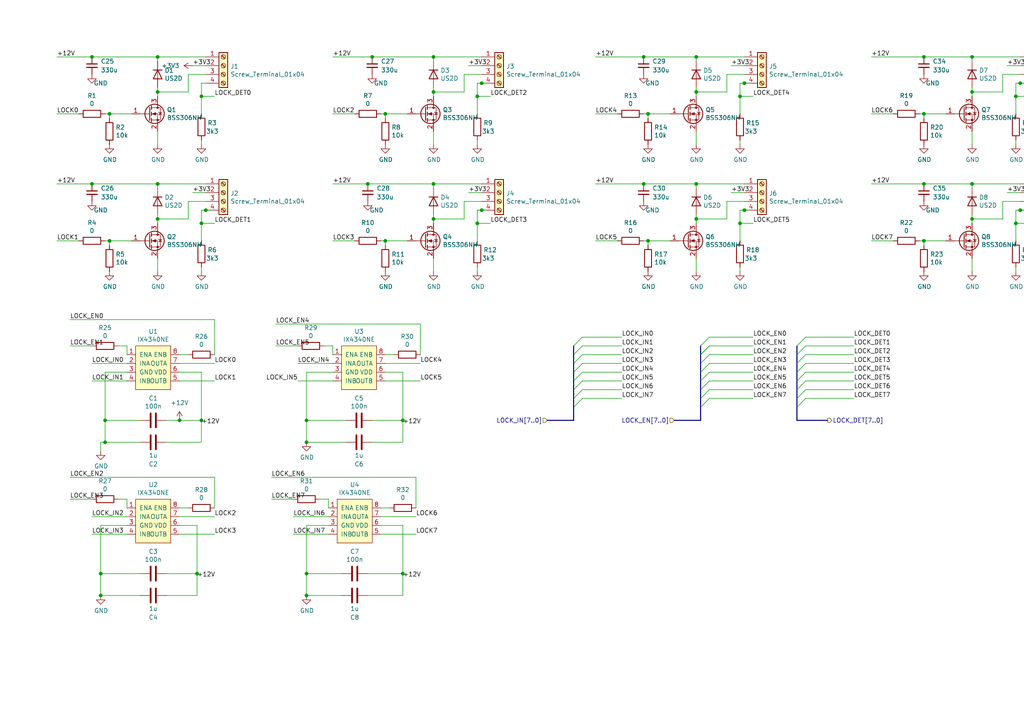
<source format=kicad_sch>
(kicad_sch (version 20230121) (generator eeschema)
  (paper "A4")
  (lib_symbols
    (symbol "Connector:Screw_Terminal_01x04" (pin_names (offset 1.016) hide)
      (property "Reference" "J" (at 0 5.08 0))
      (property "Value" "Screw_Terminal_01x04" (at 0 -7.62 0))
      (symbol "Screw_Terminal_01x04_1_1"
        (pin passive line (at -5.08 2.54 0) (length 3.81) (name "Pin_1") (number "1"))
        (pin passive line (at -5.08 0 0) (length 3.81) (name "Pin_2") (number "2"))
        (pin passive line (at -5.08 -2.54 0) (length 3.81) (name "Pin_3") (number "3"))
        (pin passive line (at -5.08 -5.08 0) (length 3.81) (name "Pin_4") (number "4"))
      )
    )
    (symbol "Device:C" (pin_numbers hide) (pin_names (offset 0.254))
      (property "Reference" "C" (at 0.635 2.54 0))
      (property "Value" "C" (at 0.635 -2.54 0))
      (symbol "C_1_1"
        (pin passive line (at 0 3.81 270) (length 2.794) (name "~") (number "1"))
        (pin passive line (at 0 -3.81 90) (length 2.794) (name "~") (number "2"))
      )
    )
    (symbol "Device:C_Small" (pin_numbers hide) (pin_names (offset 0.254) hide)
      (property "Reference" "C" (at 0.254 1.778 0))
      (property "Value" "C_Small" (at 0.254 -2.032 0))
      (symbol "C_Small_1_1"
        (pin passive line (at 0 2.54 270) (length 2.032) (name "~") (number "1"))
        (pin passive line (at 0 -2.54 90) (length 2.032) (name "~") (number "2"))
      )
    )
    (symbol "Device:D" (pin_numbers hide) (pin_names (offset 1.016) hide)
      (property "Reference" "D" (at 0 2.54 0))
      (property "Value" "D" (at 0 -2.54 0))
      (symbol "D_1_1"
        (pin passive line (at -3.81 0 0) (length 2.54) (name "K") (number "1"))
        (pin passive line (at 3.81 0 180) (length 2.54) (name "A") (number "2"))
      )
    )
    (symbol "Device:Q_NMOS_GSD" (pin_names (offset 0) hide)
      (property "Reference" "Q" (at 5.08 1.27 0))
      (property "Value" "Q_NMOS_GSD" (at 5.08 -1.27 0))
      (symbol "Q_NMOS_GSD_1_1"
        (pin input line (at -5.08 0 0) (length 2.54) (name "G") (number "1"))
        (pin passive line (at 2.54 -5.08 90) (length 2.54) (name "S") (number "2"))
        (pin passive line (at 2.54 5.08 270) (length 2.54) (name "D") (number "3"))
      )
    )
    (symbol "Device:R" (pin_numbers hide) (pin_names (offset 0))
      (property "Reference" "R" (at 2.032 0 90))
      (property "Value" "R" (at 0 0 90))
      (symbol "R_1_1"
        (pin passive line (at 0 3.81 270) (length 1.27) (name "~") (number "1"))
        (pin passive line (at 0 -3.81 90) (length 1.27) (name "~") (number "2"))
      )
    )
    (symbol "mosfet_drivers:IX4340NE" (pin_names (offset 1.016))
      (property "Reference" "U" (at 0 -8.89 0))
      (property "Value" "IX4340NE" (at 0 6.35 0))
      (symbol "IX4340NE_1_1"
        (pin input line (at -7.62 2.54 0) (length 2.54) (name "ENA") (number "1"))
        (pin input line (at -7.62 0 0) (length 2.54) (name "INA") (number "2"))
        (pin power_in line (at -7.62 -2.54 0) (length 2.54) (name "GND") (number "3"))
        (pin input line (at -7.62 -5.08 0) (length 2.54) (name "INB") (number "4"))
        (pin output line (at 7.62 -5.08 180) (length 2.54) (name "OUTB") (number "5"))
        (pin power_in line (at 7.62 -2.54 180) (length 2.54) (name "VDD") (number "6"))
        (pin output line (at 7.62 0 180) (length 2.54) (name "OUTA") (number "7"))
        (pin input line (at 7.62 2.54 180) (length 2.54) (name "ENB") (number "8"))
      )
    )
    (symbol "power:+12V" (power) (pin_names (offset 0))
      (property "Value" "+12V" (at 0 3.556 0))
      (symbol "+12V_1_1"
        (pin power_in line (at 0 0 90) (length 0) hide (name "+12V") (number "1"))
      )
    )
    (symbol "power:+3V3" (power) (pin_names (offset 0))
      (property "Value" "+3V3" (at 0 3.556 0))
      (symbol "+3V3_1_1"
        (pin power_in line (at 0 0 90) (length 0) hide (name "+3V3") (number "1"))
      )
    )
    (symbol "power:GND" (power) (pin_names (offset 0))
      (property "Value" "GND" (at 0 -3.81 0))
      (symbol "GND_1_1"
        (pin power_in line (at 0 0 270) (length 0) hide (name "GND") (number "1"))
      )
    )
  )
  (junction (at 281.94 53.34))
  (junction (at 45.72 63.5))
  (junction (at 294.64 64.77))
  (junction (at 295.91 24.13))
  (junction (at 29.21 166.37))
  (junction (at 88.9 166.37))
  (junction (at 267.97 33.02))
  (junction (at 111.76 69.85))
  (junction (at 26.67 53.34))
  (junction (at 215.9 24.13))
  (junction (at 116.84 121.92))
  (junction (at 111.76 33.02))
  (junction (at 267.97 53.34))
  (junction (at 31.75 33.02))
  (junction (at 31.75 69.85))
  (junction (at 58.42 121.92))
  (junction (at 201.93 53.34))
  (junction (at 125.73 63.5))
  (junction (at 59.69 60.96))
  (junction (at 116.84 166.37))
  (junction (at 186.69 53.34))
  (junction (at 45.72 16.51))
  (junction (at 45.72 26.67))
  (junction (at 215.9 60.96))
  (junction (at 125.73 16.51))
  (junction (at 186.69 16.51))
  (junction (at 57.15 166.37))
  (junction (at 214.63 27.94))
  (junction (at 107.95 16.51))
  (junction (at 201.93 63.5))
  (junction (at 214.63 64.77))
  (junction (at 45.72 53.34))
  (junction (at 201.93 16.51))
  (junction (at 30.48 121.92))
  (junction (at 201.93 26.67))
  (junction (at 139.7 60.96))
  (junction (at 138.43 27.94))
  (junction (at 187.96 33.02))
  (junction (at 58.42 27.94))
  (junction (at 281.94 26.67))
  (junction (at 88.9 121.92))
  (junction (at 187.96 69.85))
  (junction (at 281.94 16.51))
  (junction (at 281.94 63.5))
  (junction (at 29.21 172.72))
  (junction (at 106.68 53.34))
  (junction (at 138.43 64.77))
  (junction (at 26.67 16.51))
  (junction (at 58.42 64.77))
  (junction (at 125.73 53.34))
  (junction (at 88.9 128.27))
  (junction (at 267.97 16.51))
  (junction (at 52.07 121.92))
  (junction (at 295.91 60.96))
  (junction (at 88.9 172.72))
  (junction (at 267.97 69.85))
  (junction (at 30.48 128.27))
  (junction (at 294.64 27.94))
  (junction (at 125.73 26.67))
  (junction (at 139.7 24.13))
  (bus_entry (at 233.68 102.87) (size -2.54 2.54))
  (bus_entry (at 233.68 110.49) (size -2.54 2.54))
  (bus_entry (at 166.37 113.03) (size 2.54 -2.54))
  (bus_entry (at 203.2 110.49) (size 2.54 -2.54))
  (bus_entry (at 166.37 105.41) (size 2.54 -2.54))
  (bus_entry (at 233.68 107.95) (size -2.54 2.54))
  (bus_entry (at 203.2 100.33) (size 2.54 -2.54))
  (bus_entry (at 203.2 113.03) (size 2.54 -2.54))
  (bus_entry (at 166.37 110.49) (size 2.54 -2.54))
  (bus_entry (at 203.2 102.87) (size 2.54 -2.54))
  (bus_entry (at 166.37 102.87) (size 2.54 -2.54))
  (bus_entry (at 166.37 107.95) (size 2.54 -2.54))
  (bus_entry (at 203.2 115.57) (size 2.54 -2.54))
  (bus_entry (at 203.2 107.95) (size 2.54 -2.54))
  (bus_entry (at 233.68 105.41) (size -2.54 2.54))
  (bus_entry (at 166.37 115.57) (size 2.54 -2.54))
  (bus_entry (at 233.68 97.79) (size -2.54 2.54))
  (bus_entry (at 166.37 100.33) (size 2.54 -2.54))
  (bus_entry (at 233.68 115.57) (size -2.54 2.54))
  (bus_entry (at 203.2 118.11) (size 2.54 -2.54))
  (bus_entry (at 203.2 102.87) (size 2.54 -2.54))
  (bus_entry (at 233.68 113.03) (size -2.54 2.54))
  (bus_entry (at 203.2 105.41) (size 2.54 -2.54))
  (bus_entry (at 166.37 118.11) (size 2.54 -2.54))
  (bus_entry (at 233.68 100.33) (size -2.54 2.54))
  (wire (pts (xy 96.52 53.34) (xy 106.68 53.34)))
  (wire (pts (xy 102.87 69.85) (xy 96.52 69.85)))
  (wire (pts (xy 59.69 19.05) (xy 55.88 19.05)))
  (wire (pts (xy 116.84 121.92) (xy 116.84 128.27)))
  (wire (pts (xy 45.72 64.77) (xy 45.72 63.5)))
  (wire (pts (xy 88.9 121.92) (xy 88.9 128.27)))
  (wire (pts (xy 138.43 27.94) (xy 138.43 33.02)))
  (wire (pts (xy 85.09 154.94) (xy 95.25 154.94)))
  (wire (pts (xy 45.72 38.1) (xy 45.72 41.91)))
  (bus (pts (xy 231.14 110.49) (xy 231.14 113.03)))
  (wire (pts (xy 31.75 69.85) (xy 38.1 69.85)))
  (wire (pts (xy 20.32 92.71) (xy 62.23 92.71)))
  (wire (pts (xy 45.72 16.51) (xy 59.69 16.51)))
  (wire (pts (xy 259.08 33.02) (xy 252.73 33.02)))
  (wire (pts (xy 59.69 21.59) (xy 54.61 21.59)))
  (wire (pts (xy 138.43 78.74) (xy 138.43 77.47)))
  (wire (pts (xy 26.67 110.49) (xy 36.83 110.49)))
  (wire (pts (xy 139.7 19.05) (xy 135.89 19.05)))
  (wire (pts (xy 168.91 107.95) (xy 180.34 107.95)))
  (wire (pts (xy 267.97 69.85) (xy 274.32 69.85)))
  (wire (pts (xy 106.68 172.72) (xy 116.84 172.72)))
  (wire (pts (xy 134.62 58.42) (xy 134.62 63.5)))
  (wire (pts (xy 295.91 58.42) (xy 290.83 58.42)))
  (wire (pts (xy 140.97 60.96) (xy 139.7 60.96)))
  (wire (pts (xy 111.76 110.49) (xy 121.92 110.49)))
  (wire (pts (xy 281.94 16.51) (xy 295.91 16.51)))
  (wire (pts (xy 48.26 166.37) (xy 57.15 166.37)))
  (wire (pts (xy 107.95 16.51) (xy 125.73 16.51)))
  (wire (pts (xy 88.9 128.27) (xy 100.33 128.27)))
  (wire (pts (xy 210.82 21.59) (xy 210.82 26.67)))
  (wire (pts (xy 116.84 166.37) (xy 116.84 172.72)))
  (bus (pts (xy 203.2 100.33) (xy 203.2 102.87)))
  (wire (pts (xy 110.49 152.4) (xy 116.84 152.4)))
  (wire (pts (xy 85.09 149.86) (xy 95.25 149.86)))
  (wire (pts (xy 78.74 144.78) (xy 85.09 144.78)))
  (wire (pts (xy 96.52 100.33) (xy 96.52 102.87)))
  (wire (pts (xy 110.49 69.85) (xy 111.76 69.85)))
  (wire (pts (xy 125.73 63.5) (xy 125.73 62.23)))
  (wire (pts (xy 30.48 107.95) (xy 36.83 107.95)))
  (wire (pts (xy 116.84 107.95) (xy 116.84 121.92)))
  (wire (pts (xy 80.01 93.98) (xy 121.92 93.98)))
  (wire (pts (xy 58.42 121.92) (xy 58.42 128.27)))
  (wire (pts (xy 125.73 64.77) (xy 125.73 63.5)))
  (bus (pts (xy 231.14 100.33) (xy 231.14 102.87)))
  (wire (pts (xy 267.97 71.12) (xy 267.97 69.85)))
  (wire (pts (xy 125.73 26.67) (xy 125.73 25.4)))
  (wire (pts (xy 111.76 107.95) (xy 116.84 107.95)))
  (wire (pts (xy 139.7 58.42) (xy 134.62 58.42)))
  (wire (pts (xy 99.06 166.37) (xy 88.9 166.37)))
  (wire (pts (xy 233.68 102.87) (xy 247.65 102.87)))
  (wire (pts (xy 95.25 144.78) (xy 95.25 147.32)))
  (wire (pts (xy 187.96 34.29) (xy 187.96 33.02)))
  (wire (pts (xy 54.61 63.5) (xy 45.72 63.5)))
  (wire (pts (xy 45.72 53.34) (xy 59.69 53.34)))
  (wire (pts (xy 88.9 107.95) (xy 88.9 121.92)))
  (wire (pts (xy 214.63 27.94) (xy 214.63 33.02)))
  (wire (pts (xy 45.72 27.94) (xy 45.72 26.67)))
  (wire (pts (xy 281.94 53.34) (xy 281.94 54.61)))
  (wire (pts (xy 125.73 27.94) (xy 125.73 26.67)))
  (wire (pts (xy 36.83 100.33) (xy 36.83 102.87)))
  (wire (pts (xy 233.68 107.95) (xy 247.65 107.95)))
  (wire (pts (xy 168.91 100.33) (xy 180.34 100.33)))
  (wire (pts (xy 215.9 58.42) (xy 210.82 58.42)))
  (wire (pts (xy 138.43 24.13) (xy 138.43 27.94)))
  (wire (pts (xy 62.23 138.43) (xy 62.23 147.32)))
  (wire (pts (xy 134.62 21.59) (xy 134.62 26.67)))
  (wire (pts (xy 294.64 60.96) (xy 294.64 64.77)))
  (wire (pts (xy 45.72 74.93) (xy 45.72 78.74)))
  (wire (pts (xy 290.83 26.67) (xy 281.94 26.67)))
  (wire (pts (xy 215.9 60.96) (xy 214.63 60.96)))
  (wire (pts (xy 52.07 149.86) (xy 62.23 149.86)))
  (wire (pts (xy 110.49 33.02) (xy 111.76 33.02)))
  (wire (pts (xy 107.95 128.27) (xy 116.84 128.27)))
  (wire (pts (xy 295.91 60.96) (xy 294.64 60.96)))
  (wire (pts (xy 201.93 53.34) (xy 215.9 53.34)))
  (wire (pts (xy 168.91 105.41) (xy 180.34 105.41)))
  (wire (pts (xy 134.62 63.5) (xy 125.73 63.5)))
  (wire (pts (xy 281.94 53.34) (xy 295.91 53.34)))
  (wire (pts (xy 139.7 24.13) (xy 138.43 24.13)))
  (wire (pts (xy 121.92 93.98) (xy 121.92 102.87)))
  (wire (pts (xy 266.7 33.02) (xy 267.97 33.02)))
  (wire (pts (xy 20.32 100.33) (xy 26.67 100.33)))
  (wire (pts (xy 138.43 64.77) (xy 142.24 64.77)))
  (wire (pts (xy 187.96 69.85) (xy 194.31 69.85)))
  (bus (pts (xy 195.58 121.92) (xy 203.2 121.92)))
  (wire (pts (xy 294.64 64.77) (xy 298.45 64.77)))
  (wire (pts (xy 59.69 24.13) (xy 58.42 24.13)))
  (wire (pts (xy 111.76 34.29) (xy 111.76 33.02)))
  (wire (pts (xy 168.91 97.79) (xy 180.34 97.79)))
  (wire (pts (xy 29.21 166.37) (xy 29.21 172.72)))
  (wire (pts (xy 58.42 24.13) (xy 58.42 27.94)))
  (wire (pts (xy 214.63 41.91) (xy 214.63 40.64)))
  (wire (pts (xy 266.7 69.85) (xy 267.97 69.85)))
  (bus (pts (xy 231.14 115.57) (xy 231.14 118.11)))
  (wire (pts (xy 107.95 121.92) (xy 116.84 121.92)))
  (wire (pts (xy 168.91 113.03) (xy 180.34 113.03)))
  (wire (pts (xy 281.94 74.93) (xy 281.94 78.74)))
  (wire (pts (xy 125.73 38.1) (xy 125.73 41.91)))
  (wire (pts (xy 295.91 55.88) (xy 292.1 55.88)))
  (wire (pts (xy 111.76 33.02) (xy 118.11 33.02)))
  (wire (pts (xy 233.68 115.57) (xy 247.65 115.57)))
  (bus (pts (xy 231.14 113.03) (xy 231.14 115.57)))
  (wire (pts (xy 139.7 60.96) (xy 138.43 60.96)))
  (wire (pts (xy 297.18 60.96) (xy 295.91 60.96)))
  (wire (pts (xy 125.73 53.34) (xy 139.7 53.34)))
  (wire (pts (xy 58.42 27.94) (xy 58.42 33.02)))
  (wire (pts (xy 52.07 147.32) (xy 54.61 147.32)))
  (wire (pts (xy 31.75 34.29) (xy 31.75 33.02)))
  (wire (pts (xy 58.42 27.94) (xy 62.23 27.94)))
  (wire (pts (xy 201.93 27.94) (xy 201.93 26.67)))
  (wire (pts (xy 120.65 138.43) (xy 120.65 147.32)))
  (wire (pts (xy 110.49 147.32) (xy 113.03 147.32)))
  (wire (pts (xy 295.91 21.59) (xy 290.83 21.59)))
  (wire (pts (xy 252.73 53.34) (xy 267.97 53.34)))
  (bus (pts (xy 231.14 107.95) (xy 231.14 110.49)))
  (wire (pts (xy 214.63 27.94) (xy 218.44 27.94)))
  (wire (pts (xy 210.82 63.5) (xy 201.93 63.5)))
  (wire (pts (xy 26.67 105.41) (xy 36.83 105.41)))
  (bus (pts (xy 166.37 121.92) (xy 166.37 118.11)))
  (bus (pts (xy 203.2 110.49) (xy 203.2 113.03)))
  (wire (pts (xy 111.76 69.85) (xy 118.11 69.85)))
  (wire (pts (xy 58.42 41.91) (xy 58.42 40.64)))
  (wire (pts (xy 29.21 152.4) (xy 29.21 166.37)))
  (wire (pts (xy 125.73 53.34) (xy 125.73 54.61)))
  (wire (pts (xy 139.7 55.88) (xy 135.89 55.88)))
  (wire (pts (xy 36.83 144.78) (xy 36.83 147.32)))
  (bus (pts (xy 231.14 121.92) (xy 240.03 121.92)))
  (wire (pts (xy 58.42 107.95) (xy 58.42 121.92)))
  (bus (pts (xy 203.2 115.57) (xy 203.2 118.11)))
  (wire (pts (xy 58.42 64.77) (xy 58.42 69.85)))
  (wire (pts (xy 86.36 105.41) (xy 96.52 105.41)))
  (wire (pts (xy 290.83 21.59) (xy 290.83 26.67)))
  (wire (pts (xy 210.82 58.42) (xy 210.82 63.5)))
  (wire (pts (xy 54.61 21.59) (xy 54.61 26.67)))
  (wire (pts (xy 59.69 55.88) (xy 55.88 55.88)))
  (wire (pts (xy 96.52 100.33) (xy 93.98 100.33)))
  (wire (pts (xy 179.07 33.02) (xy 172.72 33.02)))
  (wire (pts (xy 186.69 33.02) (xy 187.96 33.02)))
  (wire (pts (xy 233.68 110.49) (xy 247.65 110.49)))
  (wire (pts (xy 30.48 33.02) (xy 31.75 33.02)))
  (wire (pts (xy 201.93 74.93) (xy 201.93 78.74)))
  (wire (pts (xy 205.74 107.95) (xy 218.44 107.95)))
  (wire (pts (xy 52.07 152.4) (xy 57.15 152.4)))
  (wire (pts (xy 95.25 144.78) (xy 92.71 144.78)))
  (wire (pts (xy 40.64 166.37) (xy 29.21 166.37)))
  (wire (pts (xy 215.9 19.05) (xy 212.09 19.05)))
  (wire (pts (xy 60.96 60.96) (xy 59.69 60.96)))
  (wire (pts (xy 138.43 41.91) (xy 138.43 40.64)))
  (wire (pts (xy 201.93 26.67) (xy 201.93 25.4)))
  (wire (pts (xy 26.67 53.34) (xy 45.72 53.34)))
  (wire (pts (xy 281.94 27.94) (xy 281.94 26.67)))
  (wire (pts (xy 214.63 60.96) (xy 214.63 64.77)))
  (wire (pts (xy 106.68 166.37) (xy 116.84 166.37)))
  (wire (pts (xy 233.68 97.79) (xy 247.65 97.79)))
  (wire (pts (xy 294.64 64.77) (xy 294.64 69.85)))
  (wire (pts (xy 201.93 38.1) (xy 201.93 41.91)))
  (wire (pts (xy 48.26 128.27) (xy 58.42 128.27)))
  (wire (pts (xy 45.72 63.5) (xy 45.72 62.23)))
  (wire (pts (xy 29.21 130.81) (xy 29.21 128.27)))
  (bus (pts (xy 231.14 105.41) (xy 231.14 107.95)))
  (wire (pts (xy 138.43 27.94) (xy 142.24 27.94)))
  (wire (pts (xy 201.93 16.51) (xy 201.93 17.78)))
  (wire (pts (xy 294.64 78.74) (xy 294.64 77.47)))
  (wire (pts (xy 297.18 24.13) (xy 295.91 24.13)))
  (bus (pts (xy 203.2 105.41) (xy 203.2 107.95)))
  (wire (pts (xy 29.21 152.4) (xy 36.83 152.4)))
  (wire (pts (xy 290.83 63.5) (xy 281.94 63.5)))
  (wire (pts (xy 168.91 102.87) (xy 180.34 102.87)))
  (wire (pts (xy 205.74 105.41) (xy 218.44 105.41)))
  (wire (pts (xy 30.48 107.95) (xy 30.48 121.92)))
  (wire (pts (xy 54.61 26.67) (xy 45.72 26.67)))
  (wire (pts (xy 88.9 166.37) (xy 88.9 172.72)))
  (wire (pts (xy 259.08 69.85) (xy 252.73 69.85)))
  (wire (pts (xy 96.52 16.51) (xy 107.95 16.51)))
  (wire (pts (xy 267.97 34.29) (xy 267.97 33.02)))
  (wire (pts (xy 31.75 71.12) (xy 31.75 69.85)))
  (bus (pts (xy 203.2 113.03) (xy 203.2 115.57)))
  (wire (pts (xy 30.48 69.85) (xy 31.75 69.85)))
  (wire (pts (xy 172.72 16.51) (xy 186.69 16.51)))
  (wire (pts (xy 294.64 27.94) (xy 298.45 27.94)))
  (wire (pts (xy 295.91 24.13) (xy 294.64 24.13)))
  (wire (pts (xy 36.83 144.78) (xy 34.29 144.78)))
  (wire (pts (xy 267.97 16.51) (xy 281.94 16.51)))
  (wire (pts (xy 52.07 107.95) (xy 58.42 107.95)))
  (wire (pts (xy 45.72 26.67) (xy 45.72 25.4)))
  (wire (pts (xy 205.74 113.03) (xy 218.44 113.03)))
  (wire (pts (xy 45.72 16.51) (xy 45.72 17.78)))
  (wire (pts (xy 26.67 154.94) (xy 36.83 154.94)))
  (wire (pts (xy 36.83 100.33) (xy 34.29 100.33)))
  (wire (pts (xy 290.83 58.42) (xy 290.83 63.5)))
  (wire (pts (xy 179.07 69.85) (xy 172.72 69.85)))
  (bus (pts (xy 231.14 102.87) (xy 231.14 105.41)))
  (wire (pts (xy 88.9 152.4) (xy 95.25 152.4)))
  (wire (pts (xy 22.86 69.85) (xy 16.51 69.85)))
  (wire (pts (xy 48.26 172.72) (xy 57.15 172.72)))
  (wire (pts (xy 210.82 26.67) (xy 201.93 26.67)))
  (wire (pts (xy 59.69 60.96) (xy 58.42 60.96)))
  (wire (pts (xy 214.63 64.77) (xy 218.44 64.77)))
  (bus (pts (xy 203.2 102.87) (xy 203.2 105.41)))
  (wire (pts (xy 187.96 71.12) (xy 187.96 69.85)))
  (wire (pts (xy 125.73 74.93) (xy 125.73 78.74)))
  (wire (pts (xy 52.07 102.87) (xy 54.61 102.87)))
  (wire (pts (xy 102.87 33.02) (xy 96.52 33.02)))
  (wire (pts (xy 215.9 24.13) (xy 214.63 24.13)))
  (wire (pts (xy 116.84 152.4) (xy 116.84 166.37)))
  (bus (pts (xy 166.37 100.33) (xy 166.37 102.87)))
  (wire (pts (xy 88.9 172.72) (xy 99.06 172.72)))
  (wire (pts (xy 205.74 102.87) (xy 218.44 102.87)))
  (bus (pts (xy 166.37 113.03) (xy 166.37 115.57)))
  (bus (pts (xy 231.14 118.11) (xy 231.14 121.92)))
  (bus (pts (xy 166.37 107.95) (xy 166.37 110.49)))
  (wire (pts (xy 52.07 110.49) (xy 62.23 110.49)))
  (wire (pts (xy 233.68 105.41) (xy 247.65 105.41)))
  (wire (pts (xy 281.94 26.67) (xy 281.94 25.4)))
  (wire (pts (xy 31.75 33.02) (xy 38.1 33.02)))
  (wire (pts (xy 29.21 128.27) (xy 30.48 128.27)))
  (wire (pts (xy 215.9 21.59) (xy 210.82 21.59)))
  (wire (pts (xy 186.69 53.34) (xy 201.93 53.34)))
  (wire (pts (xy 52.07 105.41) (xy 62.23 105.41)))
  (wire (pts (xy 252.73 16.51) (xy 267.97 16.51)))
  (wire (pts (xy 29.21 172.72) (xy 40.64 172.72)))
  (wire (pts (xy 201.93 53.34) (xy 201.93 54.61)))
  (wire (pts (xy 48.26 121.92) (xy 52.07 121.92)))
  (wire (pts (xy 233.68 113.03) (xy 247.65 113.03)))
  (bus (pts (xy 158.75 121.92) (xy 166.37 121.92)))
  (wire (pts (xy 58.42 60.96) (xy 58.42 64.77)))
  (wire (pts (xy 233.68 100.33) (xy 247.65 100.33)))
  (wire (pts (xy 62.23 92.71) (xy 62.23 102.87)))
  (wire (pts (xy 78.74 138.43) (xy 120.65 138.43)))
  (wire (pts (xy 205.74 110.49) (xy 218.44 110.49)))
  (wire (pts (xy 186.69 16.51) (xy 201.93 16.51)))
  (wire (pts (xy 187.96 33.02) (xy 194.31 33.02)))
  (wire (pts (xy 267.97 53.34) (xy 281.94 53.34)))
  (wire (pts (xy 186.69 69.85) (xy 187.96 69.85)))
  (wire (pts (xy 110.49 154.94) (xy 120.65 154.94)))
  (wire (pts (xy 214.63 24.13) (xy 214.63 27.94)))
  (wire (pts (xy 57.15 166.37) (xy 57.15 172.72)))
  (wire (pts (xy 52.07 121.92) (xy 58.42 121.92)))
  (wire (pts (xy 54.61 58.42) (xy 54.61 63.5)))
  (wire (pts (xy 58.42 64.77) (xy 62.23 64.77)))
  (wire (pts (xy 26.67 16.51) (xy 45.72 16.51)))
  (wire (pts (xy 205.74 97.79) (xy 218.44 97.79)))
  (wire (pts (xy 16.51 16.51) (xy 26.67 16.51)))
  (wire (pts (xy 22.86 33.02) (xy 16.51 33.02)))
  (bus (pts (xy 166.37 105.41) (xy 166.37 107.95)))
  (wire (pts (xy 138.43 64.77) (xy 138.43 69.85)))
  (bus (pts (xy 166.37 110.49) (xy 166.37 113.03)))
  (bus (pts (xy 166.37 115.57) (xy 166.37 118.11)))
  (wire (pts (xy 267.97 33.02) (xy 274.32 33.02)))
  (wire (pts (xy 295.91 19.05) (xy 292.1 19.05)))
  (wire (pts (xy 294.64 41.91) (xy 294.64 40.64)))
  (wire (pts (xy 215.9 55.88) (xy 212.09 55.88)))
  (wire (pts (xy 110.49 149.86) (xy 120.65 149.86)))
  (wire (pts (xy 88.9 107.95) (xy 96.52 107.95)))
  (bus (pts (xy 203.2 107.95) (xy 203.2 110.49)))
  (wire (pts (xy 168.91 110.49) (xy 180.34 110.49)))
  (wire (pts (xy 111.76 105.41) (xy 121.92 105.41)))
  (wire (pts (xy 40.64 121.92) (xy 30.48 121.92)))
  (wire (pts (xy 139.7 21.59) (xy 134.62 21.59)))
  (wire (pts (xy 214.63 64.77) (xy 214.63 69.85)))
  (wire (pts (xy 45.72 53.34) (xy 45.72 54.61)))
  (wire (pts (xy 30.48 121.92) (xy 30.48 128.27)))
  (wire (pts (xy 205.74 115.57) (xy 218.44 115.57)))
  (wire (pts (xy 201.93 64.77) (xy 201.93 63.5)))
  (wire (pts (xy 111.76 102.87) (xy 114.3 102.87)))
  (wire (pts (xy 16.51 53.34) (xy 26.67 53.34)))
  (wire (pts (xy 52.07 154.94) (xy 62.23 154.94)))
  (wire (pts (xy 30.48 128.27) (xy 40.64 128.27)))
  (wire (pts (xy 281.94 64.77) (xy 281.94 63.5)))
  (wire (pts (xy 125.73 16.51) (xy 125.73 17.78)))
  (wire (pts (xy 59.69 58.42) (xy 54.61 58.42)))
  (wire (pts (xy 172.72 53.34) (xy 186.69 53.34)))
  (wire (pts (xy 20.32 138.43) (xy 62.23 138.43)))
  (wire (pts (xy 86.36 110.49) (xy 96.52 110.49)))
  (bus (pts (xy 203.2 121.92) (xy 203.2 118.11)))
  (wire (pts (xy 80.01 100.33) (xy 86.36 100.33)))
  (wire (pts (xy 106.68 53.34) (xy 125.73 53.34)))
  (wire (pts (xy 111.76 71.12) (xy 111.76 69.85)))
  (bus (pts (xy 166.37 102.87) (xy 166.37 105.41)))
  (wire (pts (xy 58.42 78.74) (xy 58.42 77.47)))
  (wire (pts (xy 201.93 16.51) (xy 215.9 16.51)))
  (wire (pts (xy 88.9 152.4) (xy 88.9 166.37)))
  (wire (pts (xy 168.91 115.57) (xy 180.34 115.57)))
  (wire (pts (xy 140.97 24.13) (xy 139.7 24.13)))
  (wire (pts (xy 100.33 121.92) (xy 88.9 121.92)))
  (wire (pts (xy 214.63 78.74) (xy 214.63 77.47)))
  (wire (pts (xy 217.17 60.96) (xy 215.9 60.96)))
  (wire (pts (xy 138.43 60.96) (xy 138.43 64.77)))
  (wire (pts (xy 205.74 100.33) (xy 218.44 100.33)))
  (wire (pts (xy 281.94 16.51) (xy 281.94 17.78)))
  (wire (pts (xy 134.62 26.67) (xy 125.73 26.67)))
  (wire (pts (xy 57.15 152.4) (xy 57.15 166.37)))
  (wire (pts (xy 201.93 63.5) (xy 201.93 62.23)))
  (wire (pts (xy 20.32 144.78) (xy 26.67 144.78)))
  (wire (pts (xy 217.17 24.13) (xy 215.9 24.13)))
  (wire (pts (xy 281.94 38.1) (xy 281.94 41.91)))
  (wire (pts (xy 294.64 27.94) (xy 294.64 33.02)))
  (wire (pts (xy 125.73 16.51) (xy 139.7 16.51)))
  (wire (pts (xy 281.94 63.5) (xy 281.94 62.23)))
  (wire (pts (xy 294.64 24.13) (xy 294.64 27.94)))
  (wire (pts (xy 26.67 149.86) (xy 36.83 149.86)))
  (label "LOCK_DET4" (at 218.44 27.94 0))
  (label "LOCK7" (at 252.73 69.85 0))
  (label "LOCK_IN0" (at 26.67 105.41 0))
  (label "LOCK_EN5" (at 80.01 100.33 0))
  (label "LOCK_EN0" (at 218.44 97.79 0))
  (label "LOCK_IN4" (at 180.34 107.95 0))
  (label "+12V" (at 252.73 16.51 0))
  (label "+12V" (at 96.52 16.51 0))
  (label "LOCK_DET5" (at 218.44 64.77 0))
  (label "+12V" (at 172.72 16.51 0))
  (label "LOCK_IN5" (at 86.36 110.49 180))
  (label "+3V3" (at 212.09 55.88 0))
  (label "+3V3" (at 292.1 19.05 0))
  (label "LOCK0" (at 62.23 105.41 0))
  (label "LOCK_DET6" (at 247.65 113.03 0))
  (label "LOCK2" (at 62.23 149.86 0))
  (label "LOCK_EN1" (at 20.32 100.33 0))
  (label "LOCK_EN4" (at 218.44 107.95 0))
  (label "LOCK_IN7" (at 180.34 115.57 0))
  (label "+3V3" (at 212.09 19.05 0))
  (label "LOCK_EN0" (at 20.32 92.71 0))
  (label "LOCK_DET0" (at 62.23 27.94 0))
  (label "LOCK_DET5" (at 247.65 110.49 0))
  (label "LOCK_IN5" (at 180.34 110.49 0))
  (label "LOCK1" (at 16.51 69.85 0))
  (label "+3V3" (at 292.1 55.88 0))
  (label "+12V" (at 58.42 123.19 0))
  (label "LOCK3" (at 96.52 69.85 0))
  (label "+3V3" (at 55.88 55.88 0))
  (label "LOCK_EN2" (at 218.44 102.87 0))
  (label "+3V3" (at 55.88 19.05 0))
  (label "+3V3" (at 135.89 19.05 0))
  (label "LOCK_IN3" (at 180.34 105.41 0))
  (label "+12V" (at 116.84 123.19 0))
  (label "LOCK_IN4" (at 86.36 105.41 0))
  (label "LOCK6" (at 252.73 33.02 0))
  (label "LOCK_IN2" (at 26.67 149.86 0))
  (label "LOCK_IN0" (at 180.34 97.79 0))
  (label "LOCK_EN7" (at 78.74 144.78 0))
  (label "+12V" (at 116.84 167.64 0))
  (label "LOCK5" (at 172.72 69.85 0))
  (label "LOCK4" (at 121.92 105.41 0))
  (label "LOCK_IN2" (at 180.34 102.87 0))
  (label "LOCK5" (at 121.92 110.49 0))
  (label "LOCK_DET2" (at 247.65 102.87 0))
  (label "+12V" (at 16.51 16.51 0))
  (label "LOCK_DET7" (at 247.65 115.57 0))
  (label "LOCK_EN6" (at 218.44 113.03 0))
  (label "+12V" (at 252.73 53.34 0))
  (label "LOCK1" (at 62.23 110.49 0))
  (label "LOCK_EN1" (at 218.44 100.33 0))
  (label "LOCK_EN3" (at 218.44 105.41 0))
  (label "LOCK_IN6" (at 180.34 113.03 0))
  (label "LOCK_IN3" (at 26.67 154.94 0))
  (label "LOCK_DET4" (at 247.65 107.95 0))
  (label "LOCK4" (at 172.72 33.02 0))
  (label "LOCK_IN1" (at 180.34 100.33 0))
  (label "LOCK_IN6" (at 85.09 149.86 0))
  (label "LOCK2" (at 96.52 33.02 0))
  (label "LOCK_DET2" (at 142.24 27.94 0))
  (label "LOCK_EN2" (at 20.32 138.43 0))
  (label "LOCK_IN7" (at 85.09 154.94 0))
  (label "LOCK_EN4" (at 80.01 93.98 0))
  (label "LOCK_DET3" (at 142.24 64.77 0))
  (label "LOCK_EN3" (at 20.32 144.78 0))
  (label "LOCK_DET7" (at 298.45 64.77 0))
  (label "LOCK_IN1" (at 26.67 110.49 0))
  (label "LOCK_DET6" (at 298.45 27.94 0))
  (label "LOCK_EN7" (at 218.44 115.57 0))
  (label "LOCK_DET1" (at 247.65 100.33 0))
  (label "LOCK3" (at 62.23 154.94 0))
  (label "LOCK0" (at 16.51 33.02 0))
  (label "LOCK6" (at 120.65 149.86 0))
  (label "LOCK_DET0" (at 247.65 97.79 0))
  (label "+3V3" (at 135.89 55.88 0))
  (label "LOCK_EN6" (at 78.74 138.43 0))
  (label "+12V" (at 57.15 167.64 0))
  (label "LOCK_DET1" (at 62.23 64.77 0))
  (label "LOCK7" (at 120.65 154.94 0))
  (label "LOCK_DET3" (at 247.65 105.41 0))
  (label "+12V" (at 172.72 53.34 0))
  (label "+12V" (at 96.52 53.34 0))
  (label "+12V" (at 16.51 53.34 0))
  (label "LOCK_EN5" (at 218.44 110.49 0))
  (hierarchical_label "LOCK_DET[7..0]" (shape output) (at 240.03 121.92 0))
  (hierarchical_label "LOCK_EN[7..0]" (shape input) (at 195.58 121.92 180))
  (hierarchical_label "LOCK_IN[7..0]" (shape input) (at 158.75 121.92 180))
  (symbol (lib_id "Device:R") (at 30.48 100.33 270) (unit 1)
    (property "Reference" "R25" (at 30.48 95.0722 90))
    (property "Value" "0" (at 30.48 97.3836 90))
    (property "Footprint" "Resistor_SMD:R_0805_2012Metric_Pad1.20x1.40mm_HandSolder" (effects hide))
  )
  (symbol (lib_id "Device:R") (at 58.42 102.87 270) (unit 1)
    (property "Reference" "R26" (at 58.42 97.6122 90))
    (property "Value" "0" (at 58.42 99.9236 90))
    (property "Footprint" "Resistor_SMD:R_0805_2012Metric_Pad1.20x1.40mm_HandSolder" (effects hide))
  )
  (symbol (lib_id "Connector:Screw_Terminal_01x04") (at 64.77 19.05 0) (unit 1)
    (property "Reference" "J1" (at 66.802 19.2532 0) (effects (justify left)))
    (property "Value" "Screw_Terminal_01x04" (at 66.802 21.5646 0) (effects (justify left)))
    (property "Footprint" "Connector_PinHeader_2.54mm:PinHeader_2x02_P2.54mm_Vertical" (effects hide))
  )
  (symbol (lib_id "power:GND") (at 45.72 41.91 0) (unit 1)
    (property "Reference" "#PWR013" (effects hide))
    (property "Value" "GND" (at 45.847 46.3042 0))
  )
  (symbol (lib_id "Device:R") (at 58.42 36.83 0) (unit 1)
    (property "Reference" "R3" (at 60.198 35.6616 0) (effects (justify left)))
    (property "Value" "3k3" (at 61.595 38.1 0))
    (property "Footprint" "Resistor_SMD:R_0805_2012Metric_Pad1.20x1.40mm_HandSolder" (effects hide))
  )
  (symbol (lib_id "power:GND") (at 58.42 41.91 0) (unit 1)
    (property "Reference" "#PWR014" (effects hide))
    (property "Value" "GND" (at 58.547 46.3042 0))
  )
  (symbol (lib_id "Device:R") (at 31.75 38.1 0) (unit 1)
    (property "Reference" "R2" (at 33.528 36.9316 0) (effects (justify left)))
    (property "Value" "10k" (at 33.528 39.243 0) (effects (justify left)))
    (property "Footprint" "Resistor_SMD:R_0805_2012Metric_Pad1.20x1.40mm_HandSolder" (effects hide))
  )
  (symbol (lib_id "Device:R") (at 26.67 33.02 270) (unit 1)
    (property "Reference" "R1" (at 26.67 27.7622 90))
    (property "Value" "0" (at 26.67 30.0736 90))
    (property "Footprint" "Resistor_SMD:R_0805_2012Metric_Pad1.20x1.40mm_HandSolder" (effects hide))
  )
  (symbol (lib_id "power:GND") (at 31.75 41.91 0) (unit 1)
    (property "Reference" "#PWR012" (effects hide))
    (property "Value" "GND" (at 31.877 46.3042 0))
  )
  (symbol (lib_id "Device:D") (at 45.72 21.59 270) (unit 1)
    (property "Reference" "D1" (at 47.7266 20.4216 90) (effects (justify left)))
    (property "Value" "US2D" (at 47.7266 22.733 90) (effects (justify left)))
    (property "Footprint" "Diode_SMD:D_SMB" (effects hide))
    (property "Sim.Device" "D" (effects hide))
    (property "Sim.Pins" "1=K 2=A" (effects hide))
  )
  (symbol (lib_id "Device:Q_NMOS_GSD") (at 43.18 33.02 0) (unit 1)
    (property "Reference" "Q1" (at 48.387 31.8516 0) (effects (justify left)))
    (property "Value" "BSS306NH" (at 48.387 34.163 0) (effects (justify left)))
    (property "Footprint" "Package_TO_SOT_SMD:SOT-23" (effects hide))
  )
  (symbol (lib_id "Device:C") (at 44.45 121.92 270) (unit 1)
    (property "Reference" "C1" (at 44.45 115.5192 90))
    (property "Value" "100n" (at 44.45 117.8306 90))
    (property "Footprint" "Capacitor_SMD:C_0805_2012Metric_Pad1.18x1.45mm_HandSolder" (effects hide))
  )
  (symbol (lib_id "Device:C") (at 44.45 128.27 270) (unit 1)
    (property "Reference" "C2" (at 44.45 134.62 90))
    (property "Value" "1u" (at 44.45 132.08 90))
    (property "Footprint" "Capacitor_SMD:C_0805_2012Metric_Pad1.18x1.45mm_HandSolder" (effects hide))
  )
  (symbol (lib_id "power:GND") (at 29.21 130.81 0) (unit 1)
    (property "Reference" "#PWR025" (effects hide))
    (property "Value" "GND" (at 29.337 135.2042 0))
  )
  (symbol (lib_id "mosfet_drivers:IX4340NE") (at 44.45 105.41 0) (unit 1)
    (property "Reference" "U1" (at 44.45 96.139 0))
    (property "Value" "IX4340NE" (at 44.45 98.4504 0))
    (property "Footprint" "Package_SO:SOIC-8-1EP_3.9x4.9mm_P1.27mm_EP2.29x3mm" (effects hide))
  )
  (symbol (lib_id "Device:D") (at 201.93 58.42 270) (unit 1)
    (property "Reference" "D6" (at 203.9366 57.2516 90) (effects (justify left)))
    (property "Value" "US2D" (at 203.9366 59.563 90) (effects (justify left)))
    (property "Footprint" "Diode_SMD:D_SMB" (effects hide))
    (property "Sim.Device" "D" (effects hide))
    (property "Sim.Pins" "1=K 2=A" (effects hide))
  )
  (symbol (lib_id "Connector:Screw_Terminal_01x04") (at 220.98 19.05 0) (unit 1)
    (property "Reference" "J5" (at 223.012 19.2532 0) (effects (justify left)))
    (property "Value" "Screw_Terminal_01x04" (at 223.012 21.5646 0) (effects (justify left)))
    (property "Footprint" "Connector_PinHeader_2.54mm:PinHeader_2x02_P2.54mm_Vertical" (effects hide))
  )
  (symbol (lib_id "Device:C_Small") (at 186.69 19.05 0) (unit 1)
    (property "Reference" "C29" (at 189.23 17.7863 0) (effects (justify left)))
    (property "Value" "330u" (at 189.23 20.3263 0) (effects (justify left)))
    (property "Footprint" "Capacitor_THT:CP_Radial_D8.0mm_P3.50mm" (effects hide))
  )
  (symbol (lib_id "power:GND") (at 214.63 41.91 0) (unit 1)
    (property "Reference" "#PWR019" (effects hide))
    (property "Value" "GND" (at 214.757 46.3042 0))
  )
  (symbol (lib_id "power:GND") (at 214.63 78.74 0) (unit 1)
    (property "Reference" "#PWR020" (effects hide))
    (property "Value" "GND" (at 214.757 83.1342 0))
  )
  (symbol (lib_id "Device:R") (at 106.68 69.85 270) (unit 1)
    (property "Reference" "R10" (at 106.68 64.5922 90))
    (property "Value" "0" (at 106.68 66.9036 90))
    (property "Footprint" "Resistor_SMD:R_0805_2012Metric_Pad1.20x1.40mm_HandSolder" (effects hide))
  )
  (symbol (lib_id "Device:Q_NMOS_GSD") (at 279.4 33.02 0) (unit 1)
    (property "Reference" "Q7" (at 284.607 31.8516 0) (effects (justify left)))
    (property "Value" "BSS306NH" (at 284.607 34.163 0) (effects (justify left)))
    (property "Footprint" "Package_TO_SOT_SMD:SOT-23" (effects hide))
  )
  (symbol (lib_id "Device:D") (at 201.93 21.59 270) (unit 1)
    (property "Reference" "D5" (at 203.9366 20.4216 90) (effects (justify left)))
    (property "Value" "US2D" (at 203.9366 22.733 90) (effects (justify left)))
    (property "Footprint" "Diode_SMD:D_SMB" (effects hide))
    (property "Sim.Device" "D" (effects hide))
    (property "Sim.Pins" "1=K 2=A" (effects hide))
  )
  (symbol (lib_id "Device:R") (at 116.84 147.32 270) (unit 1)
    (property "Reference" "R32" (at 116.84 142.0622 90))
    (property "Value" "0" (at 116.84 144.3736 90))
    (property "Footprint" "Resistor_SMD:R_0805_2012Metric_Pad1.20x1.40mm_HandSolder" (effects hide))
  )
  (symbol (lib_id "power:GND") (at 111.76 41.91 0) (unit 1)
    (property "Reference" "#PWR06" (effects hide))
    (property "Value" "GND" (at 111.887 46.3042 0))
  )
  (symbol (lib_id "Device:Q_NMOS_GSD") (at 199.39 69.85 0) (unit 1)
    (property "Reference" "Q6" (at 204.597 68.6816 0) (effects (justify left)))
    (property "Value" "BSS306NH" (at 204.597 70.993 0) (effects (justify left)))
    (property "Footprint" "Package_TO_SOT_SMD:SOT-23" (effects hide))
  )
  (symbol (lib_id "Device:C") (at 104.14 128.27 270) (unit 1)
    (property "Reference" "C6" (at 104.14 134.62 90))
    (property "Value" "1u" (at 104.14 132.08 90))
    (property "Footprint" "Capacitor_SMD:C_0805_2012Metric_Pad1.18x1.45mm_HandSolder" (effects hide))
  )
  (symbol (lib_id "Connector:Screw_Terminal_01x04") (at 300.99 19.05 0) (unit 1)
    (property "Reference" "J7" (at 303.022 19.2532 0) (effects (justify left)))
    (property "Value" "Screw_Terminal_01x04" (at 303.022 21.5646 0) (effects (justify left)))
    (property "Footprint" "Connector_PinHeader_2.54mm:PinHeader_2x02_P2.54mm_Vertical" (effects hide))
  )
  (symbol (lib_id "Device:R") (at 106.68 33.02 270) (unit 1)
    (property "Reference" "R7" (at 106.68 27.7622 90))
    (property "Value" "0" (at 106.68 30.0736 90))
    (property "Footprint" "Resistor_SMD:R_0805_2012Metric_Pad1.20x1.40mm_HandSolder" (effects hide))
  )
  (symbol (lib_id "mosfet_drivers:IX4340NE") (at 44.45 149.86 0) (unit 1)
    (property "Reference" "U2" (at 44.45 140.589 0))
    (property "Value" "IX4340NE" (at 44.45 142.9004 0))
    (property "Footprint" "Package_SO:SOIC-8-1EP_3.9x4.9mm_P1.27mm_EP2.29x3mm" (effects hide))
  )
  (symbol (lib_id "Device:D") (at 45.72 58.42 270) (unit 1)
    (property "Reference" "D2" (at 47.7266 57.2516 90) (effects (justify left)))
    (property "Value" "US2D" (at 47.7266 59.563 90) (effects (justify left)))
    (property "Footprint" "Diode_SMD:D_SMB" (effects hide))
    (property "Sim.Device" "D" (effects hide))
    (property "Sim.Pins" "1=K 2=A" (effects hide))
  )
  (symbol (lib_id "power:GND") (at 26.67 21.59 0) (unit 1)
    (property "Reference" "#PWR046" (effects hide))
    (property "Value" "GND" (at 29.21 24.13 0))
  )
  (symbol (lib_id "power:GND") (at 187.96 78.74 0) (unit 1)
    (property "Reference" "#PWR016" (effects hide))
    (property "Value" "GND" (at 188.087 83.1342 0))
  )
  (symbol (lib_id "power:GND") (at 138.43 78.74 0) (unit 1)
    (property "Reference" "#PWR011" (effects hide))
    (property "Value" "GND" (at 138.557 83.1342 0))
  )
  (symbol (lib_id "Connector:Screw_Terminal_01x04") (at 144.78 55.88 0) (unit 1)
    (property "Reference" "J4" (at 146.812 56.0832 0) (effects (justify left)))
    (property "Value" "Screw_Terminal_01x04" (at 146.812 58.3946 0) (effects (justify left)))
    (property "Footprint" "Connector_PinHeader_2.54mm:PinHeader_2x02_P2.54mm_Vertical" (effects hide))
  )
  (symbol (lib_id "Device:R") (at 30.48 144.78 270) (unit 1)
    (property "Reference" "R27" (at 30.48 139.5222 90))
    (property "Value" "0" (at 30.48 141.8336 90))
    (property "Footprint" "Resistor_SMD:R_0805_2012Metric_Pad1.20x1.40mm_HandSolder" (effects hide))
  )
  (symbol (lib_id "power:GND") (at 111.76 78.74 0) (unit 1)
    (property "Reference" "#PWR07" (effects hide))
    (property "Value" "GND" (at 111.887 83.1342 0))
  )
  (symbol (lib_id "power:GND") (at 186.69 21.59 0) (unit 1)
    (property "Reference" "#PWR050" (effects hide))
    (property "Value" "GND" (at 189.23 24.13 0))
  )
  (symbol (lib_id "Device:Q_NMOS_GSD") (at 123.19 69.85 0) (unit 1)
    (property "Reference" "Q4" (at 128.397 68.6816 0) (effects (justify left)))
    (property "Value" "BSS306NH" (at 128.397 70.993 0) (effects (justify left)))
    (property "Footprint" "Package_TO_SOT_SMD:SOT-23" (effects hide))
  )
  (symbol (lib_id "Device:C_Small") (at 267.97 19.05 0) (unit 1)
    (property "Reference" "C34" (at 270.51 17.7863 0) (effects (justify left)))
    (property "Value" "330u" (at 270.51 20.3263 0) (effects (justify left)))
    (property "Footprint" "Capacitor_THT:CP_Radial_D8.0mm_P3.50mm" (effects hide))
  )
  (symbol (lib_id "mosfet_drivers:IX4340NE") (at 102.87 149.86 0) (unit 1)
    (property "Reference" "U4" (at 102.87 140.589 0))
    (property "Value" "IX4340NE" (at 102.87 142.9004 0))
    (property "Footprint" "Package_SO:SOIC-8-1EP_3.9x4.9mm_P1.27mm_EP2.29x3mm" (effects hide))
  )
  (symbol (lib_id "Device:R") (at 294.64 73.66 0) (unit 1)
    (property "Reference" "R24" (at 296.418 72.4916 0) (effects (justify left)))
    (property "Value" "3k3" (at 297.815 74.93 0))
    (property "Footprint" "Resistor_SMD:R_0805_2012Metric_Pad1.20x1.40mm_HandSolder" (effects hide))
  )
  (symbol (lib_id "Device:R") (at 267.97 74.93 0) (unit 1)
    (property "Reference" "R23" (at 269.748 73.7616 0) (effects (justify left)))
    (property "Value" "10k" (at 269.748 76.073 0) (effects (justify left)))
    (property "Footprint" "Resistor_SMD:R_0805_2012Metric_Pad1.20x1.40mm_HandSolder" (effects hide))
  )
  (symbol (lib_id "Device:C_Small") (at 106.68 55.88 0) (unit 1)
    (property "Reference" "C28" (at 109.22 54.6163 0) (effects (justify left)))
    (property "Value" "330u" (at 109.22 57.1563 0) (effects (justify left)))
    (property "Footprint" "Capacitor_THT:CP_Radial_D8.0mm_P3.50mm" (effects hide))
  )
  (symbol (lib_id "Device:R") (at 90.17 100.33 270) (unit 1)
    (property "Reference" "R29" (at 90.17 95.0722 90))
    (property "Value" "0" (at 90.17 97.3836 90))
    (property "Footprint" "Resistor_SMD:R_0805_2012Metric_Pad1.20x1.40mm_HandSolder" (effects hide))
  )
  (symbol (lib_id "Device:C_Small") (at 267.97 55.88 0) (unit 1)
    (property "Reference" "C35" (at 270.51 54.6163 0) (effects (justify left)))
    (property "Value" "330u" (at 270.51 57.1563 0) (effects (justify left)))
    (property "Footprint" "Capacitor_THT:CP_Radial_D8.0mm_P3.50mm" (effects hide))
  )
  (symbol (lib_id "power:GND") (at 106.68 58.42 0) (unit 1)
    (property "Reference" "#PWR049" (effects hide))
    (property "Value" "GND" (at 109.22 60.96 0))
  )
  (symbol (lib_id "Device:R") (at 214.63 73.66 0) (unit 1)
    (property "Reference" "R18" (at 216.408 72.4916 0) (effects (justify left)))
    (property "Value" "3k3" (at 217.805 74.93 0))
    (property "Footprint" "Resistor_SMD:R_0805_2012Metric_Pad1.20x1.40mm_HandSolder" (effects hide))
  )
  (symbol (lib_id "Device:C") (at 44.45 166.37 270) (unit 1)
    (property "Reference" "C3" (at 44.45 159.9692 90))
    (property "Value" "100n" (at 44.45 162.2806 90))
    (property "Footprint" "Capacitor_SMD:C_0805_2012Metric_Pad1.18x1.45mm_HandSolder" (effects hide))
  )
  (symbol (lib_id "Device:C_Small") (at 186.69 55.88 0) (unit 1)
    (property "Reference" "C30" (at 189.23 54.6163 0) (effects (justify left)))
    (property "Value" "330u" (at 189.23 57.1563 0) (effects (justify left)))
    (property "Footprint" "Capacitor_THT:CP_Radial_D8.0mm_P3.50mm" (effects hide))
  )
  (symbol (lib_id "Device:C_Small") (at 26.67 55.88 0) (unit 1)
    (property "Reference" "C26" (at 29.21 54.6163 0) (effects (justify left)))
    (property "Value" "330u" (at 29.21 57.1563 0) (effects (justify left)))
    (property "Footprint" "Capacitor_THT:CP_Radial_D8.0mm_P3.50mm" (effects hide))
  )
  (symbol (lib_id "Device:R") (at 187.96 38.1 0) (unit 1)
    (property "Reference" "R14" (at 189.738 36.9316 0) (effects (justify left)))
    (property "Value" "10k" (at 189.738 39.243 0) (effects (justify left)))
    (property "Footprint" "Resistor_SMD:R_0805_2012Metric_Pad1.20x1.40mm_HandSolder" (effects hide))
  )
  (symbol (lib_id "Device:R") (at 111.76 38.1 0) (unit 1)
    (property "Reference" "R8" (at 113.538 36.9316 0) (effects (justify left)))
    (property "Value" "10k" (at 113.538 39.243 0) (effects (justify left)))
    (property "Footprint" "Resistor_SMD:R_0805_2012Metric_Pad1.20x1.40mm_HandSolder" (effects hide))
  )
  (symbol (lib_id "power:GND") (at 281.94 78.74 0) (unit 1)
    (property "Reference" "#PWR030" (effects hide))
    (property "Value" "GND" (at 282.067 83.1342 0))
  )
  (symbol (lib_id "Connector:Screw_Terminal_01x04") (at 144.78 19.05 0) (unit 1)
    (property "Reference" "J3" (at 146.812 19.2532 0) (effects (justify left)))
    (property "Value" "Screw_Terminal_01x04" (at 146.812 21.5646 0) (effects (justify left)))
    (property "Footprint" "Connector_PinHeader_2.54mm:PinHeader_2x02_P2.54mm_Vertical" (effects hide))
  )
  (symbol (lib_id "Device:R") (at 214.63 36.83 0) (unit 1)
    (property "Reference" "R15" (at 216.408 35.6616 0) (effects (justify left)))
    (property "Value" "3k3" (at 217.805 38.1 0))
    (property "Footprint" "Resistor_SMD:R_0805_2012Metric_Pad1.20x1.40mm_HandSolder" (effects hide))
  )
  (symbol (lib_id "Device:C") (at 104.14 121.92 270) (unit 1)
    (property "Reference" "C5" (at 104.14 115.5192 90))
    (property "Value" "100n" (at 104.14 117.8306 90))
    (property "Footprint" "Capacitor_SMD:C_0805_2012Metric_Pad1.18x1.45mm_HandSolder" (effects hide))
  )
  (symbol (lib_id "power:GND") (at 294.64 41.91 0) (unit 1)
    (property "Reference" "#PWR031" (effects hide))
    (property "Value" "GND" (at 294.767 46.3042 0))
  )
  (symbol (lib_id "power:GND") (at 125.73 41.91 0) (unit 1)
    (property "Reference" "#PWR08" (effects hide))
    (property "Value" "GND" (at 125.857 46.3042 0))
  )
  (symbol (lib_id "power:GND") (at 267.97 78.74 0) (unit 1)
    (property "Reference" "#PWR022" (effects hide))
    (property "Value" "GND" (at 268.097 83.1342 0))
  )
  (symbol (lib_id "Device:R") (at 267.97 38.1 0) (unit 1)
    (property "Reference" "R20" (at 269.748 36.9316 0) (effects (justify left)))
    (property "Value" "10k" (at 269.748 39.243 0) (effects (justify left)))
    (property "Footprint" "Resistor_SMD:R_0805_2012Metric_Pad1.20x1.40mm_HandSolder" (effects hide))
  )
  (symbol (lib_id "Device:R") (at 182.88 69.85 270) (unit 1)
    (property "Reference" "R16" (at 182.88 64.5922 90))
    (property "Value" "0" (at 182.88 66.9036 90))
    (property "Footprint" "Resistor_SMD:R_0805_2012Metric_Pad1.20x1.40mm_HandSolder" (effects hide))
  )
  (symbol (lib_id "Connector:Screw_Terminal_01x04") (at 220.98 55.88 0) (unit 1)
    (property "Reference" "J6" (at 223.012 56.0832 0) (effects (justify left)))
    (property "Value" "Screw_Terminal_01x04" (at 223.012 58.3946 0) (effects (justify left)))
    (property "Footprint" "Connector_PinHeader_2.54mm:PinHeader_2x02_P2.54mm_Vertical" (effects hide))
  )
  (symbol (lib_id "Connector:Screw_Terminal_01x04") (at 300.99 55.88 0) (unit 1)
    (property "Reference" "J8" (at 303.022 56.0832 0) (effects (justify left)))
    (property "Value" "Screw_Terminal_01x04" (at 303.022 58.3946 0) (effects (justify left)))
    (property "Footprint" "Connector_PinHeader_2.54mm:PinHeader_2x02_P2.54mm_Vertical" (effects hide))
  )
  (symbol (lib_id "power:GND") (at 45.72 78.74 0) (unit 1)
    (property "Reference" "#PWR03" (effects hide))
    (property "Value" "GND" (at 45.847 83.1342 0))
  )
  (symbol (lib_id "power:GND") (at 267.97 58.42 0) (unit 1)
    (property "Reference" "#PWR054" (effects hide))
    (property "Value" "GND" (at 270.51 60.96 0))
  )
  (symbol (lib_id "power:GND") (at 88.9 172.72 0) (unit 1)
    (property "Reference" "#PWR026" (effects hide))
    (property "Value" "GND" (at 89.027 177.1142 0))
  )
  (symbol (lib_id "power:GND") (at 187.96 41.91 0) (unit 1)
    (property "Reference" "#PWR015" (effects hide))
    (property "Value" "GND" (at 188.087 46.3042 0))
  )
  (symbol (lib_id "power:GND") (at 267.97 41.91 0) (unit 1)
    (property "Reference" "#PWR021" (effects hide))
    (property "Value" "GND" (at 268.097 46.3042 0))
  )
  (symbol (lib_id "Device:R") (at 262.89 69.85 270) (unit 1)
    (property "Reference" "R22" (at 262.89 64.5922 90))
    (property "Value" "0" (at 262.89 66.9036 90))
    (property "Footprint" "Resistor_SMD:R_0805_2012Metric_Pad1.20x1.40mm_HandSolder" (effects hide))
  )
  (symbol (lib_id "Device:C") (at 102.87 166.37 270) (unit 1)
    (property "Reference" "C7" (at 102.87 159.9692 90))
    (property "Value" "100n" (at 102.87 162.2806 90))
    (property "Footprint" "Capacitor_SMD:C_0805_2012Metric_Pad1.18x1.45mm_HandSolder" (effects hide))
  )
  (symbol (lib_id "power:GND") (at 58.42 78.74 0) (unit 1)
    (property "Reference" "#PWR04" (effects hide))
    (property "Value" "GND" (at 58.547 83.1342 0))
  )
  (symbol (lib_id "power:+3V3") (at 55.88 19.05 90) (unit 1)
    (property "Reference" "#PWR041" (effects hide))
    (property "Value" "+3V3" (at 52.07 19.05 90) (effects (justify left)))
  )
  (symbol (lib_id "Device:Q_NMOS_GSD") (at 279.4 69.85 0) (unit 1)
    (property "Reference" "Q8" (at 284.607 68.6816 0) (effects (justify left)))
    (property "Value" "BSS306NH" (at 284.607 70.993 0) (effects (justify left)))
    (property "Footprint" "Package_TO_SOT_SMD:SOT-23" (effects hide))
  )
  (symbol (lib_id "power:GND") (at 281.94 41.91 0) (unit 1)
    (property "Reference" "#PWR023" (effects hide))
    (property "Value" "GND" (at 282.067 46.3042 0))
  )
  (symbol (lib_id "Device:Q_NMOS_GSD") (at 199.39 33.02 0) (unit 1)
    (property "Reference" "Q5" (at 204.597 31.8516 0) (effects (justify left)))
    (property "Value" "BSS306NH" (at 204.597 34.163 0) (effects (justify left)))
    (property "Footprint" "Package_TO_SOT_SMD:SOT-23" (effects hide))
  )
  (symbol (lib_id "power:GND") (at 267.97 21.59 0) (unit 1)
    (property "Reference" "#PWR053" (effects hide))
    (property "Value" "GND" (at 270.51 24.13 0))
  )
  (symbol (lib_id "power:+12V") (at 52.07 121.92 0) (unit 1)
    (property "Reference" "#PWR055" (effects hide))
    (property "Value" "+12V" (at 52.07 116.84 0))
  )
  (symbol (lib_id "Device:C") (at 44.45 172.72 270) (unit 1)
    (property "Reference" "C4" (at 44.45 179.07 90))
    (property "Value" "1u" (at 44.45 176.53 90))
    (property "Footprint" "Capacitor_SMD:C_0805_2012Metric_Pad1.18x1.45mm_HandSolder" (effects hide))
  )
  (symbol (lib_id "Device:Q_NMOS_GSD") (at 43.18 69.85 0) (unit 1)
    (property "Reference" "Q2" (at 48.387 68.6816 0) (effects (justify left)))
    (property "Value" "BSS306NH" (at 48.387 70.993 0) (effects (justify left)))
    (property "Footprint" "Package_TO_SOT_SMD:SOT-23" (effects hide))
  )
  (symbol (lib_id "power:GND") (at 88.9 128.27 0) (unit 1)
    (property "Reference" "#PWR027" (effects hide))
    (property "Value" "GND" (at 89.027 132.6642 0))
  )
  (symbol (lib_id "power:GND") (at 294.64 78.74 0) (unit 1)
    (property "Reference" "#PWR032" (effects hide))
    (property "Value" "GND" (at 294.767 83.1342 0))
  )
  (symbol (lib_id "Device:R") (at 58.42 147.32 270) (unit 1)
    (property "Reference" "R28" (at 58.42 142.0622 90))
    (property "Value" "0" (at 58.42 144.3736 90))
    (property "Footprint" "Resistor_SMD:R_0805_2012Metric_Pad1.20x1.40mm_HandSolder" (effects hide))
  )
  (symbol (lib_id "Device:D") (at 281.94 58.42 270) (unit 1)
    (property "Reference" "D8" (at 283.9466 57.2516 90) (effects (justify left)))
    (property "Value" "US2D" (at 283.9466 59.563 90) (effects (justify left)))
    (property "Footprint" "Diode_SMD:D_SMB" (effects hide))
    (property "Sim.Device" "D" (effects hide))
    (property "Sim.Pins" "1=K 2=A" (effects hide))
  )
  (symbol (lib_id "Device:R") (at 26.67 69.85 270) (unit 1)
    (property "Reference" "R4" (at 26.67 64.5922 90))
    (property "Value" "0" (at 26.67 66.9036 90))
    (property "Footprint" "Resistor_SMD:R_0805_2012Metric_Pad1.20x1.40mm_HandSolder" (effects hide))
  )
  (symbol (lib_id "Device:R") (at 138.43 36.83 0) (unit 1)
    (property "Reference" "R9" (at 140.208 35.6616 0) (effects (justify left)))
    (property "Value" "3k3" (at 141.605 38.1 0))
    (property "Footprint" "Resistor_SMD:R_0805_2012Metric_Pad1.20x1.40mm_HandSolder" (effects hide))
  )
  (symbol (lib_id "power:GND") (at 125.73 78.74 0) (unit 1)
    (property "Reference" "#PWR09" (effects hide))
    (property "Value" "GND" (at 125.857 83.1342 0))
  )
  (symbol (lib_id "Device:R") (at 58.42 73.66 0) (unit 1)
    (property "Reference" "R6" (at 60.198 72.4916 0) (effects (justify left)))
    (property "Value" "3k3" (at 61.595 74.93 0))
    (property "Footprint" "Resistor_SMD:R_0805_2012Metric_Pad1.20x1.40mm_HandSolder" (effects hide))
  )
  (symbol (lib_id "Device:D") (at 281.94 21.59 270) (unit 1)
    (property "Reference" "D7" (at 283.9466 20.4216 90) (effects (justify left)))
    (property "Value" "US2D" (at 283.9466 22.733 90) (effects (justify left)))
    (property "Footprint" "Diode_SMD:D_SMB" (effects hide))
    (property "Sim.Device" "D" (effects hide))
    (property "Sim.Pins" "1=K 2=A" (effects hide))
  )
  (symbol (lib_id "Device:D") (at 125.73 21.59 270) (unit 1)
    (property "Reference" "D3" (at 127.7366 20.4216 90) (effects (justify left)))
    (property "Value" "US2D" (at 127.7366 22.733 90) (effects (justify left)))
    (property "Footprint" "Diode_SMD:D_SMB" (effects hide))
    (property "Sim.Device" "D" (effects hide))
    (property "Sim.Pins" "1=K 2=A" (effects hide))
  )
  (symbol (lib_id "power:GND") (at 107.95 21.59 0) (unit 1)
    (property "Reference" "#PWR048" (effects hide))
    (property "Value" "GND" (at 110.49 24.13 0))
  )
  (symbol (lib_id "Device:R") (at 138.43 73.66 0) (unit 1)
    (property "Reference" "R12" (at 140.208 72.4916 0) (effects (justify left)))
    (property "Value" "3k3" (at 141.605 74.93 0))
    (property "Footprint" "Resistor_SMD:R_0805_2012Metric_Pad1.20x1.40mm_HandSolder" (effects hide))
  )
  (symbol (lib_id "Device:R") (at 88.9 144.78 270) (unit 1)
    (property "Reference" "R31" (at 88.9 139.5222 90))
    (property "Value" "0" (at 88.9 141.8336 90))
    (property "Footprint" "Resistor_SMD:R_0805_2012Metric_Pad1.20x1.40mm_HandSolder" (effects hide))
  )
  (symbol (lib_id "power:GND") (at 26.67 58.42 0) (unit 1)
    (property "Reference" "#PWR047" (effects hide))
    (property "Value" "GND" (at 29.21 60.96 0))
  )
  (symbol (lib_id "Device:R") (at 262.89 33.02 270) (unit 1)
    (property "Reference" "R19" (at 262.89 27.7622 90))
    (property "Value" "0" (at 262.89 30.0736 90))
    (property "Footprint" "Resistor_SMD:R_0805_2012Metric_Pad1.20x1.40mm_HandSolder" (effects hide))
  )
  (symbol (lib_id "power:GND") (at 201.93 41.91 0) (unit 1)
    (property "Reference" "#PWR017" (effects hide))
    (property "Value" "GND" (at 202.057 46.3042 0))
  )
  (symbol (lib_id "power:GND") (at 138.43 41.91 0) (unit 1)
    (property "Reference" "#PWR010" (effects hide))
    (property "Value" "GND" (at 138.557 46.3042 0))
  )
  (symbol (lib_id "Connector:Screw_Terminal_01x04") (at 64.77 55.88 0) (unit 1)
    (property "Reference" "J2" (at 66.802 56.0832 0) (effects (justify left)))
    (property "Value" "Screw_Terminal_01x04" (at 66.802 58.3946 0) (effects (justify left)))
    (property "Footprint" "Connector_PinHeader_2.54mm:PinHeader_2x02_P2.54mm_Vertical" (effects hide))
  )
  (symbol (lib_id "power:GND") (at 29.21 172.72 0) (unit 1)
    (property "Reference" "#PWR024" (effects hide))
    (property "Value" "GND" (at 29.337 177.1142 0))
  )
  (symbol (lib_id "Device:Q_NMOS_GSD") (at 123.19 33.02 0) (unit 1)
    (property "Reference" "Q3" (at 128.397 31.8516 0) (effects (justify left)))
    (property "Value" "BSS306NH" (at 128.397 34.163 0) (effects (justify left)))
    (property "Footprint" "Package_TO_SOT_SMD:SOT-23" (effects hide))
  )
  (symbol (lib_id "Device:R") (at 31.75 74.93 0) (unit 1)
    (property "Reference" "R5" (at 33.528 73.7616 0) (effects (justify left)))
    (property "Value" "10k" (at 33.528 76.073 0) (effects (justify left)))
    (property "Footprint" "Resistor_SMD:R_0805_2012Metric_Pad1.20x1.40mm_HandSolder" (effects hide))
  )
  (symbol (lib_id "Device:C_Small") (at 26.67 19.05 0) (unit 1)
    (property "Reference" "C25" (at 29.21 17.7863 0) (effects (justify left)))
    (property "Value" "330u" (at 29.21 20.3263 0) (effects (justify left)))
    (property "Footprint" "Capacitor_THT:CP_Radial_D8.0mm_P3.50mm" (effects hide))
  )
  (symbol (lib_id "Device:R") (at 182.88 33.02 270) (unit 1)
    (property "Reference" "R13" (at 182.88 27.7622 90))
    (property "Value" "0" (at 182.88 30.0736 90))
    (property "Footprint" "Resistor_SMD:R_0805_2012Metric_Pad1.20x1.40mm_HandSolder" (effects hide))
  )
  (symbol (lib_id "power:GND") (at 186.69 58.42 0) (unit 1)
    (property "Reference" "#PWR051" (effects hide))
    (property "Value" "GND" (at 189.23 60.96 0))
  )
  (symbol (lib_id "Device:C") (at 102.87 172.72 270) (unit 1)
    (property "Reference" "C8" (at 102.87 179.07 90))
    (property "Value" "1u" (at 102.87 176.53 90))
    (property "Footprint" "Capacitor_SMD:C_0805_2012Metric_Pad1.18x1.45mm_HandSolder" (effects hide))
  )
  (symbol (lib_id "Device:R") (at 187.96 74.93 0) (unit 1)
    (property "Reference" "R17" (at 189.738 73.7616 0) (effects (justify left)))
    (property "Value" "10k" (at 189.738 76.073 0) (effects (justify left)))
    (property "Footprint" "Resistor_SMD:R_0805_2012Metric_Pad1.20x1.40mm_HandSolder" (effects hide))
  )
  (symbol (lib_id "power:GND") (at 201.93 78.74 0) (unit 1)
    (property "Reference" "#PWR018" (effects hide))
    (property "Value" "GND" (at 202.057 83.1342 0))
  )
  (symbol (lib_id "Device:R") (at 294.64 36.83 0) (unit 1)
    (property "Reference" "R21" (at 296.418 35.6616 0) (effects (justify left)))
    (property "Value" "3k3" (at 297.815 38.1 0))
    (property "Footprint" "Resistor_SMD:R_0805_2012Metric_Pad1.20x1.40mm_HandSolder" (effects hide))
  )
  (symbol (lib_id "power:GND") (at 31.75 78.74 0) (unit 1)
    (property "Reference" "#PWR02" (effects hide))
    (property "Value" "GND" (at 31.877 83.1342 0))
  )
  (symbol (lib_id "mosfet_drivers:IX4340NE") (at 104.14 105.41 0) (unit 1)
    (property "Reference" "U3" (at 104.14 96.139 0))
    (property "Value" "IX4340NE" (at 104.14 98.4504 0))
    (property "Footprint" "Package_SO:SOIC-8-1EP_3.9x4.9mm_P1.27mm_EP2.29x3mm" (effects hide))
  )
  (symbol (lib_id "Device:R") (at 111.76 74.93 0) (unit 1)
    (property "Reference" "R11" (at 113.538 73.7616 0) (effects (justify left)))
    (property "Value" "10k" (at 113.538 76.073 0) (effects (justify left)))
    (property "Footprint" "Resistor_SMD:R_0805_2012Metric_Pad1.20x1.40mm_HandSolder" (effects hide))
  )
  (symbol (lib_id "Device:C_Small") (at 107.95 19.05 0) (unit 1)
    (property "Reference" "C27" (at 110.49 17.7863 0) (effects (justify left)))
    (property "Value" "330u" (at 110.49 20.3263 0) (effects (justify left)))
    (property "Footprint" "Capacitor_THT:CP_Radial_D8.0mm_P3.50mm" (effects hide))
  )
  (symbol (lib_id "Device:R") (at 118.11 102.87 270) (unit 1)
    (property "Reference" "R30" (at 118.11 97.6122 90))
    (property "Value" "0" (at 118.11 99.9236 90))
    (property "Footprint" "Resistor_SMD:R_0805_2012Metric_Pad1.20x1.40mm_HandSolder" (effects hide))
  )
  (symbol (lib_id "Device:D") (at 125.73 58.42 270) (unit 1)
    (property "Reference" "D4" (at 127.7366 57.2516 90) (effects (justify left)))
    (property "Value" "US2D" (at 127.7366 59.563 90) (effects (justify left)))
    (property "Footprint" "Diode_SMD:D_SMB" (effects hide))
    (property "Sim.Device" "D" (effects hide))
    (property "Sim.Pins" "1=K 2=A" (effects hide))
  )
)
</source>
